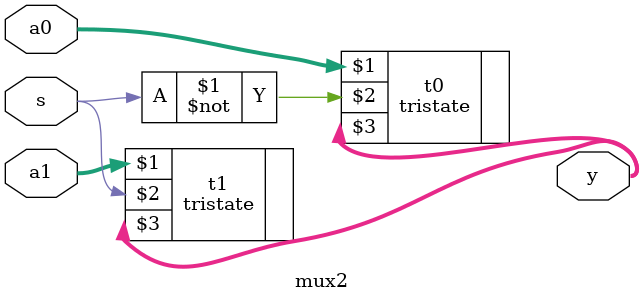
<source format=v>
`timescale 1ns / 1ps
module mux2( input [3:0] a1, a0, input s , output [3:0] y
    );
	 tristate t0(a0, ~s, y);
	 tristate t1(a1, s, y);
	


endmodule

</source>
